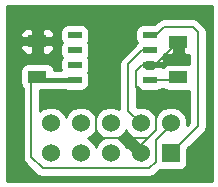
<source format=gbr>
G04 #@! TF.FileFunction,Copper,L1,Top,Signal*
%FSLAX46Y46*%
G04 Gerber Fmt 4.6, Leading zero omitted, Abs format (unit mm)*
G04 Created by KiCad (PCBNEW 4.0.1-stable) date 4/15/2016 9:37:48 AM*
%MOMM*%
G01*
G04 APERTURE LIST*
%ADD10C,0.100000*%
%ADD11R,1.524000X1.524000*%
%ADD12C,1.524000*%
%ADD13R,1.143000X0.508000*%
%ADD14R,1.600000X1.000000*%
%ADD15C,0.200000*%
%ADD16C,0.400000*%
%ADD17C,0.254000*%
G04 APERTURE END LIST*
D10*
D11*
X36957000Y-28448000D03*
D12*
X36957000Y-25908000D03*
X34417000Y-28448000D03*
X34417000Y-25908000D03*
X31877000Y-28448000D03*
X31877000Y-25908000D03*
X29337000Y-28448000D03*
X29337000Y-25908000D03*
X26797000Y-28448000D03*
X26797000Y-25908000D03*
D13*
X28829000Y-22225000D03*
X28829000Y-20955000D03*
X28829000Y-19685000D03*
X28829000Y-18415000D03*
X35179000Y-18415000D03*
X35179000Y-19685000D03*
X35179000Y-20955000D03*
X35179000Y-22225000D03*
D14*
X37592000Y-22010500D03*
X37592000Y-19010500D03*
X25654000Y-21947000D03*
X25654000Y-18947000D03*
D15*
X35179000Y-22225000D02*
X37377500Y-22225000D01*
X37377500Y-22225000D02*
X37592000Y-22010500D01*
X25654000Y-18947000D02*
X25654000Y-18478500D01*
X25654000Y-18478500D02*
X26924000Y-17208500D01*
X26924000Y-17208500D02*
X29845000Y-17208500D01*
X29845000Y-17208500D02*
X30607000Y-17970500D01*
X30607000Y-17970500D02*
X30607000Y-26543000D01*
X30607000Y-26543000D02*
X31242000Y-27178000D01*
X31242000Y-27178000D02*
X34988500Y-27178000D01*
X35179000Y-20955000D02*
X35647500Y-20955000D01*
X35647500Y-20955000D02*
X37592000Y-19010500D01*
X34417000Y-28448000D02*
X34417000Y-27940000D01*
X34036000Y-28130500D02*
X34988500Y-27178000D01*
X34988500Y-27178000D02*
X35687000Y-26479500D01*
X35687000Y-26479500D02*
X35687000Y-24511000D01*
X35687000Y-24511000D02*
X34036000Y-22860000D01*
X34036000Y-22860000D02*
X34036000Y-21463000D01*
X34036000Y-21463000D02*
X34544000Y-20955000D01*
X34544000Y-20955000D02*
X35179000Y-20955000D01*
X36957000Y-25908000D02*
X36957000Y-26058030D01*
X36957000Y-26058030D02*
X35687000Y-27328030D01*
X35687000Y-27328030D02*
X35687000Y-29146500D01*
X35687000Y-29146500D02*
X35115500Y-29718000D01*
X35115500Y-29718000D02*
X26098500Y-29718000D01*
X26098500Y-29718000D02*
X25146000Y-28765500D01*
X25146000Y-28765500D02*
X25146000Y-22455000D01*
X25146000Y-22455000D02*
X25654000Y-21947000D01*
D16*
X28829000Y-22225000D02*
X25932000Y-22225000D01*
X25932000Y-22225000D02*
X25654000Y-21947000D01*
D15*
X35179000Y-18415000D02*
X35687000Y-18415000D01*
X35687000Y-18415000D02*
X36385500Y-17716500D01*
X36385500Y-17716500D02*
X38798500Y-17716500D01*
X38798500Y-17716500D02*
X39243000Y-18161000D01*
X39243000Y-18161000D02*
X39243000Y-26162000D01*
X39243000Y-26162000D02*
X36957000Y-28448000D01*
X35179000Y-19685000D02*
X34544000Y-19685000D01*
X33337500Y-24828500D02*
X34417000Y-25908000D01*
X33337500Y-20891500D02*
X33337500Y-24828500D01*
X34544000Y-19685000D02*
X33337500Y-20891500D01*
D17*
G36*
X40438000Y-30786000D02*
X23062000Y-30786000D01*
X23062000Y-21447000D01*
X24206560Y-21447000D01*
X24206560Y-22447000D01*
X24250838Y-22682317D01*
X24389910Y-22898441D01*
X24411000Y-22912851D01*
X24411000Y-28765500D01*
X24454264Y-28983000D01*
X24466949Y-29046772D01*
X24626277Y-29285223D01*
X25578776Y-30237723D01*
X25817227Y-30397051D01*
X25863894Y-30406333D01*
X26098500Y-30453000D01*
X35115500Y-30453000D01*
X35396772Y-30397051D01*
X35635223Y-30237723D01*
X36045734Y-29827213D01*
X36195000Y-29857440D01*
X37719000Y-29857440D01*
X37954317Y-29813162D01*
X38170441Y-29674090D01*
X38315431Y-29461890D01*
X38366440Y-29210000D01*
X38366440Y-28078006D01*
X39762723Y-26681724D01*
X39922051Y-26443272D01*
X39942732Y-26339302D01*
X39978000Y-26162000D01*
X39978000Y-18161000D01*
X39922051Y-17879728D01*
X39825981Y-17735949D01*
X39762724Y-17641277D01*
X39318223Y-17196777D01*
X39079772Y-17037449D01*
X38798500Y-16981500D01*
X36385500Y-16981500D01*
X36104228Y-17037449D01*
X35865776Y-17196777D01*
X35548993Y-17513560D01*
X34607500Y-17513560D01*
X34372183Y-17557838D01*
X34156059Y-17696910D01*
X34011069Y-17909110D01*
X33960060Y-18161000D01*
X33960060Y-18669000D01*
X34004338Y-18904317D01*
X34098666Y-19050907D01*
X34012419Y-19177134D01*
X32817777Y-20371777D01*
X32658449Y-20610228D01*
X32602500Y-20891500D01*
X32602500Y-24696604D01*
X32156100Y-24511243D01*
X31600339Y-24510758D01*
X31086697Y-24722990D01*
X30693371Y-25115630D01*
X30607051Y-25323512D01*
X30522010Y-25117697D01*
X30129370Y-24724371D01*
X29616100Y-24511243D01*
X29060339Y-24510758D01*
X28546697Y-24722990D01*
X28153371Y-25115630D01*
X28067051Y-25323512D01*
X27982010Y-25117697D01*
X27589370Y-24724371D01*
X27076100Y-24511243D01*
X26520339Y-24510758D01*
X26006697Y-24722990D01*
X25881000Y-24848468D01*
X25881000Y-23094440D01*
X26454000Y-23094440D01*
X26637033Y-23060000D01*
X27983026Y-23060000D01*
X28005610Y-23075431D01*
X28257500Y-23126440D01*
X29400500Y-23126440D01*
X29635817Y-23082162D01*
X29851941Y-22943090D01*
X29996931Y-22730890D01*
X30047940Y-22479000D01*
X30047940Y-21971000D01*
X30003662Y-21735683D01*
X29909334Y-21589093D01*
X29996931Y-21460890D01*
X30047940Y-21209000D01*
X30047940Y-20701000D01*
X30003662Y-20465683D01*
X29909334Y-20319093D01*
X29996931Y-20190890D01*
X30047940Y-19939000D01*
X30047940Y-19431000D01*
X30003662Y-19195683D01*
X29909334Y-19049093D01*
X29996931Y-18920890D01*
X30047940Y-18669000D01*
X30047940Y-18161000D01*
X30003662Y-17925683D01*
X29864590Y-17709559D01*
X29652390Y-17564569D01*
X29400500Y-17513560D01*
X28257500Y-17513560D01*
X28022183Y-17557838D01*
X27806059Y-17696910D01*
X27661069Y-17909110D01*
X27610060Y-18161000D01*
X27610060Y-18669000D01*
X27654338Y-18904317D01*
X27748666Y-19050907D01*
X27661069Y-19179110D01*
X27610060Y-19431000D01*
X27610060Y-19939000D01*
X27654338Y-20174317D01*
X27748666Y-20320907D01*
X27661069Y-20449110D01*
X27610060Y-20701000D01*
X27610060Y-21209000D01*
X27644118Y-21390000D01*
X27090715Y-21390000D01*
X27057162Y-21211683D01*
X26918090Y-20995559D01*
X26705890Y-20850569D01*
X26454000Y-20799560D01*
X24854000Y-20799560D01*
X24618683Y-20843838D01*
X24402559Y-20982910D01*
X24257569Y-21195110D01*
X24206560Y-21447000D01*
X23062000Y-21447000D01*
X23062000Y-19355750D01*
X24219000Y-19355750D01*
X24219000Y-19573309D01*
X24315673Y-19806698D01*
X24494301Y-19985327D01*
X24727690Y-20082000D01*
X25122250Y-20082000D01*
X25281000Y-19923250D01*
X25281000Y-19197000D01*
X26027000Y-19197000D01*
X26027000Y-19923250D01*
X26185750Y-20082000D01*
X26580310Y-20082000D01*
X26813699Y-19985327D01*
X26992327Y-19806698D01*
X27089000Y-19573309D01*
X27089000Y-19355750D01*
X26930250Y-19197000D01*
X26027000Y-19197000D01*
X25281000Y-19197000D01*
X24377750Y-19197000D01*
X24219000Y-19355750D01*
X23062000Y-19355750D01*
X23062000Y-18320691D01*
X24219000Y-18320691D01*
X24219000Y-18538250D01*
X24377750Y-18697000D01*
X25281000Y-18697000D01*
X25281000Y-17970750D01*
X26027000Y-17970750D01*
X26027000Y-18697000D01*
X26930250Y-18697000D01*
X27089000Y-18538250D01*
X27089000Y-18320691D01*
X26992327Y-18087302D01*
X26813699Y-17908673D01*
X26580310Y-17812000D01*
X26185750Y-17812000D01*
X26027000Y-17970750D01*
X25281000Y-17970750D01*
X25122250Y-17812000D01*
X24727690Y-17812000D01*
X24494301Y-17908673D01*
X24315673Y-18087302D01*
X24219000Y-18320691D01*
X23062000Y-18320691D01*
X23062000Y-15950000D01*
X40438000Y-15950000D01*
X40438000Y-30786000D01*
X40438000Y-30786000D01*
G37*
X40438000Y-30786000D02*
X23062000Y-30786000D01*
X23062000Y-21447000D01*
X24206560Y-21447000D01*
X24206560Y-22447000D01*
X24250838Y-22682317D01*
X24389910Y-22898441D01*
X24411000Y-22912851D01*
X24411000Y-28765500D01*
X24454264Y-28983000D01*
X24466949Y-29046772D01*
X24626277Y-29285223D01*
X25578776Y-30237723D01*
X25817227Y-30397051D01*
X25863894Y-30406333D01*
X26098500Y-30453000D01*
X35115500Y-30453000D01*
X35396772Y-30397051D01*
X35635223Y-30237723D01*
X36045734Y-29827213D01*
X36195000Y-29857440D01*
X37719000Y-29857440D01*
X37954317Y-29813162D01*
X38170441Y-29674090D01*
X38315431Y-29461890D01*
X38366440Y-29210000D01*
X38366440Y-28078006D01*
X39762723Y-26681724D01*
X39922051Y-26443272D01*
X39942732Y-26339302D01*
X39978000Y-26162000D01*
X39978000Y-18161000D01*
X39922051Y-17879728D01*
X39825981Y-17735949D01*
X39762724Y-17641277D01*
X39318223Y-17196777D01*
X39079772Y-17037449D01*
X38798500Y-16981500D01*
X36385500Y-16981500D01*
X36104228Y-17037449D01*
X35865776Y-17196777D01*
X35548993Y-17513560D01*
X34607500Y-17513560D01*
X34372183Y-17557838D01*
X34156059Y-17696910D01*
X34011069Y-17909110D01*
X33960060Y-18161000D01*
X33960060Y-18669000D01*
X34004338Y-18904317D01*
X34098666Y-19050907D01*
X34012419Y-19177134D01*
X32817777Y-20371777D01*
X32658449Y-20610228D01*
X32602500Y-20891500D01*
X32602500Y-24696604D01*
X32156100Y-24511243D01*
X31600339Y-24510758D01*
X31086697Y-24722990D01*
X30693371Y-25115630D01*
X30607051Y-25323512D01*
X30522010Y-25117697D01*
X30129370Y-24724371D01*
X29616100Y-24511243D01*
X29060339Y-24510758D01*
X28546697Y-24722990D01*
X28153371Y-25115630D01*
X28067051Y-25323512D01*
X27982010Y-25117697D01*
X27589370Y-24724371D01*
X27076100Y-24511243D01*
X26520339Y-24510758D01*
X26006697Y-24722990D01*
X25881000Y-24848468D01*
X25881000Y-23094440D01*
X26454000Y-23094440D01*
X26637033Y-23060000D01*
X27983026Y-23060000D01*
X28005610Y-23075431D01*
X28257500Y-23126440D01*
X29400500Y-23126440D01*
X29635817Y-23082162D01*
X29851941Y-22943090D01*
X29996931Y-22730890D01*
X30047940Y-22479000D01*
X30047940Y-21971000D01*
X30003662Y-21735683D01*
X29909334Y-21589093D01*
X29996931Y-21460890D01*
X30047940Y-21209000D01*
X30047940Y-20701000D01*
X30003662Y-20465683D01*
X29909334Y-20319093D01*
X29996931Y-20190890D01*
X30047940Y-19939000D01*
X30047940Y-19431000D01*
X30003662Y-19195683D01*
X29909334Y-19049093D01*
X29996931Y-18920890D01*
X30047940Y-18669000D01*
X30047940Y-18161000D01*
X30003662Y-17925683D01*
X29864590Y-17709559D01*
X29652390Y-17564569D01*
X29400500Y-17513560D01*
X28257500Y-17513560D01*
X28022183Y-17557838D01*
X27806059Y-17696910D01*
X27661069Y-17909110D01*
X27610060Y-18161000D01*
X27610060Y-18669000D01*
X27654338Y-18904317D01*
X27748666Y-19050907D01*
X27661069Y-19179110D01*
X27610060Y-19431000D01*
X27610060Y-19939000D01*
X27654338Y-20174317D01*
X27748666Y-20320907D01*
X27661069Y-20449110D01*
X27610060Y-20701000D01*
X27610060Y-21209000D01*
X27644118Y-21390000D01*
X27090715Y-21390000D01*
X27057162Y-21211683D01*
X26918090Y-20995559D01*
X26705890Y-20850569D01*
X26454000Y-20799560D01*
X24854000Y-20799560D01*
X24618683Y-20843838D01*
X24402559Y-20982910D01*
X24257569Y-21195110D01*
X24206560Y-21447000D01*
X23062000Y-21447000D01*
X23062000Y-19355750D01*
X24219000Y-19355750D01*
X24219000Y-19573309D01*
X24315673Y-19806698D01*
X24494301Y-19985327D01*
X24727690Y-20082000D01*
X25122250Y-20082000D01*
X25281000Y-19923250D01*
X25281000Y-19197000D01*
X26027000Y-19197000D01*
X26027000Y-19923250D01*
X26185750Y-20082000D01*
X26580310Y-20082000D01*
X26813699Y-19985327D01*
X26992327Y-19806698D01*
X27089000Y-19573309D01*
X27089000Y-19355750D01*
X26930250Y-19197000D01*
X26027000Y-19197000D01*
X25281000Y-19197000D01*
X24377750Y-19197000D01*
X24219000Y-19355750D01*
X23062000Y-19355750D01*
X23062000Y-18320691D01*
X24219000Y-18320691D01*
X24219000Y-18538250D01*
X24377750Y-18697000D01*
X25281000Y-18697000D01*
X25281000Y-17970750D01*
X26027000Y-17970750D01*
X26027000Y-18697000D01*
X26930250Y-18697000D01*
X27089000Y-18538250D01*
X27089000Y-18320691D01*
X26992327Y-18087302D01*
X26813699Y-17908673D01*
X26580310Y-17812000D01*
X26185750Y-17812000D01*
X26027000Y-17970750D01*
X25281000Y-17970750D01*
X25122250Y-17812000D01*
X24727690Y-17812000D01*
X24494301Y-17908673D01*
X24315673Y-18087302D01*
X24219000Y-18320691D01*
X23062000Y-18320691D01*
X23062000Y-15950000D01*
X40438000Y-15950000D01*
X40438000Y-30786000D01*
G36*
X33231990Y-26698303D02*
X33624630Y-27091629D01*
X33878510Y-27197049D01*
X33825572Y-27329070D01*
X34417000Y-27920498D01*
X34431142Y-27906356D01*
X34952000Y-28427214D01*
X34952000Y-28440502D01*
X34944502Y-28448000D01*
X34952000Y-28455498D01*
X34952000Y-28468786D01*
X34437786Y-28983000D01*
X34424498Y-28983000D01*
X34417000Y-28975502D01*
X34409502Y-28983000D01*
X34396214Y-28983000D01*
X33875356Y-28462142D01*
X33889498Y-28448000D01*
X33298070Y-27856572D01*
X33166056Y-27909507D01*
X33062010Y-27657697D01*
X32669370Y-27264371D01*
X32461488Y-27178051D01*
X32667303Y-27093010D01*
X33060629Y-26700370D01*
X33146949Y-26492488D01*
X33231990Y-26698303D01*
X33231990Y-26698303D01*
G37*
X33231990Y-26698303D02*
X33624630Y-27091629D01*
X33878510Y-27197049D01*
X33825572Y-27329070D01*
X34417000Y-27920498D01*
X34431142Y-27906356D01*
X34952000Y-28427214D01*
X34952000Y-28440502D01*
X34944502Y-28448000D01*
X34952000Y-28455498D01*
X34952000Y-28468786D01*
X34437786Y-28983000D01*
X34424498Y-28983000D01*
X34417000Y-28975502D01*
X34409502Y-28983000D01*
X34396214Y-28983000D01*
X33875356Y-28462142D01*
X33889498Y-28448000D01*
X33298070Y-27856572D01*
X33166056Y-27909507D01*
X33062010Y-27657697D01*
X32669370Y-27264371D01*
X32461488Y-27178051D01*
X32667303Y-27093010D01*
X33060629Y-26700370D01*
X33146949Y-26492488D01*
X33231990Y-26698303D01*
G36*
X30691990Y-26698303D02*
X31084630Y-27091629D01*
X31292512Y-27177949D01*
X31086697Y-27262990D01*
X30693371Y-27655630D01*
X30607051Y-27863512D01*
X30522010Y-27657697D01*
X30129370Y-27264371D01*
X29921488Y-27178051D01*
X30127303Y-27093010D01*
X30520629Y-26700370D01*
X30606949Y-26492488D01*
X30691990Y-26698303D01*
X30691990Y-26698303D01*
G37*
X30691990Y-26698303D02*
X31084630Y-27091629D01*
X31292512Y-27177949D01*
X31086697Y-27262990D01*
X30693371Y-27655630D01*
X30607051Y-27863512D01*
X30522010Y-27657697D01*
X30129370Y-27264371D01*
X29921488Y-27178051D01*
X30127303Y-27093010D01*
X30520629Y-26700370D01*
X30606949Y-26492488D01*
X30691990Y-26698303D01*
G36*
X34143410Y-22930441D02*
X34355610Y-23075431D01*
X34607500Y-23126440D01*
X35750500Y-23126440D01*
X35985817Y-23082162D01*
X36175662Y-22960000D01*
X36326661Y-22960000D01*
X36327910Y-22961941D01*
X36540110Y-23106931D01*
X36792000Y-23157940D01*
X38392000Y-23157940D01*
X38508000Y-23136113D01*
X38508000Y-25857553D01*
X38353910Y-26011643D01*
X38354242Y-25631339D01*
X38142010Y-25117697D01*
X37749370Y-24724371D01*
X37236100Y-24511243D01*
X36680339Y-24510758D01*
X36166697Y-24722990D01*
X35773371Y-25115630D01*
X35687051Y-25323512D01*
X35602010Y-25117697D01*
X35209370Y-24724371D01*
X34696100Y-24511243D01*
X34140339Y-24510758D01*
X34082927Y-24534480D01*
X34072500Y-24524054D01*
X34072500Y-22820244D01*
X34143410Y-22930441D01*
X34143410Y-22930441D01*
G37*
X34143410Y-22930441D02*
X34355610Y-23075431D01*
X34607500Y-23126440D01*
X35750500Y-23126440D01*
X35985817Y-23082162D01*
X36175662Y-22960000D01*
X36326661Y-22960000D01*
X36327910Y-22961941D01*
X36540110Y-23106931D01*
X36792000Y-23157940D01*
X38392000Y-23157940D01*
X38508000Y-23136113D01*
X38508000Y-25857553D01*
X38353910Y-26011643D01*
X38354242Y-25631339D01*
X38142010Y-25117697D01*
X37749370Y-24724371D01*
X37236100Y-24511243D01*
X36680339Y-24510758D01*
X36166697Y-24722990D01*
X35773371Y-25115630D01*
X35687051Y-25323512D01*
X35602010Y-25117697D01*
X35209370Y-24724371D01*
X34696100Y-24511243D01*
X34140339Y-24510758D01*
X34082927Y-24534480D01*
X34072500Y-24524054D01*
X34072500Y-22820244D01*
X34143410Y-22930441D01*
G36*
X37965000Y-18760500D02*
X37985000Y-18760500D01*
X37985000Y-19260500D01*
X37965000Y-19260500D01*
X37965000Y-19986750D01*
X38123750Y-20145500D01*
X38508000Y-20145500D01*
X38508000Y-20886551D01*
X38392000Y-20863060D01*
X36792000Y-20863060D01*
X36556683Y-20907338D01*
X36340559Y-21046410D01*
X36279915Y-21135165D01*
X36226750Y-21082000D01*
X35464750Y-21082000D01*
X35464750Y-21209000D01*
X34893250Y-21209000D01*
X34893250Y-21082000D01*
X34786000Y-21082000D01*
X34786000Y-20828000D01*
X34893250Y-20828000D01*
X34893250Y-20701000D01*
X35464750Y-20701000D01*
X35464750Y-20828000D01*
X36226750Y-20828000D01*
X36385500Y-20669250D01*
X36385500Y-20574691D01*
X36288827Y-20341302D01*
X36262291Y-20314765D01*
X36346931Y-20190890D01*
X36385231Y-20001757D01*
X36432301Y-20048827D01*
X36665690Y-20145500D01*
X37060250Y-20145500D01*
X37219000Y-19986750D01*
X37219000Y-19260500D01*
X37199000Y-19260500D01*
X37199000Y-18760500D01*
X37219000Y-18760500D01*
X37219000Y-18617500D01*
X37965000Y-18617500D01*
X37965000Y-18760500D01*
X37965000Y-18760500D01*
G37*
X37965000Y-18760500D02*
X37985000Y-18760500D01*
X37985000Y-19260500D01*
X37965000Y-19260500D01*
X37965000Y-19986750D01*
X38123750Y-20145500D01*
X38508000Y-20145500D01*
X38508000Y-20886551D01*
X38392000Y-20863060D01*
X36792000Y-20863060D01*
X36556683Y-20907338D01*
X36340559Y-21046410D01*
X36279915Y-21135165D01*
X36226750Y-21082000D01*
X35464750Y-21082000D01*
X35464750Y-21209000D01*
X34893250Y-21209000D01*
X34893250Y-21082000D01*
X34786000Y-21082000D01*
X34786000Y-20828000D01*
X34893250Y-20828000D01*
X34893250Y-20701000D01*
X35464750Y-20701000D01*
X35464750Y-20828000D01*
X36226750Y-20828000D01*
X36385500Y-20669250D01*
X36385500Y-20574691D01*
X36288827Y-20341302D01*
X36262291Y-20314765D01*
X36346931Y-20190890D01*
X36385231Y-20001757D01*
X36432301Y-20048827D01*
X36665690Y-20145500D01*
X37060250Y-20145500D01*
X37219000Y-19986750D01*
X37219000Y-19260500D01*
X37199000Y-19260500D01*
X37199000Y-18760500D01*
X37219000Y-18760500D01*
X37219000Y-18617500D01*
X37965000Y-18617500D01*
X37965000Y-18760500D01*
M02*

</source>
